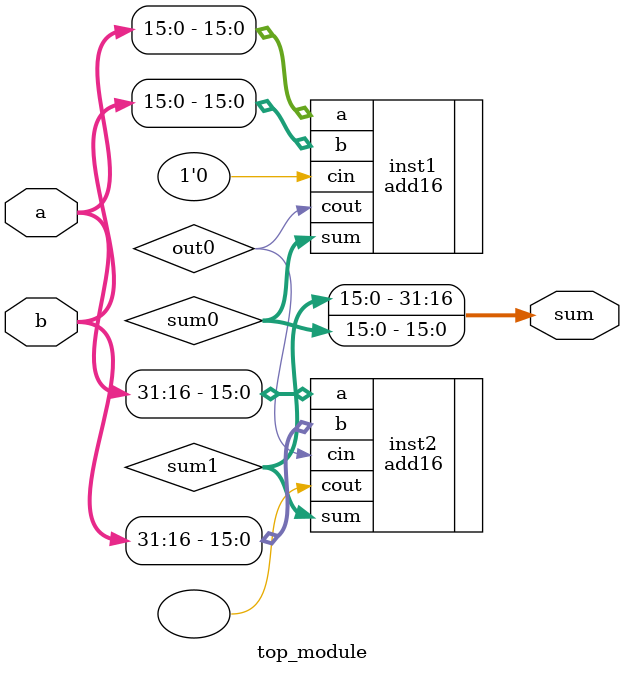
<source format=v>
module top_module(
    input [31:0] a,
    input [31:0] b,
    output [31:0] sum
);

    wire out0;
    wire [15:0] sum0, sum1;
    add16 inst1(.a(a[15:0]), .b(b[15:0]), .cin(1'b0), .cout(out0), .sum(sum0));
    add16 inst2(.a(a[31:16]), .b(b[31:16]), .cin(out0), .cout(), .sum(sum1));
    
    assign sum = {sum1, sum0};
endmodule
</source>
